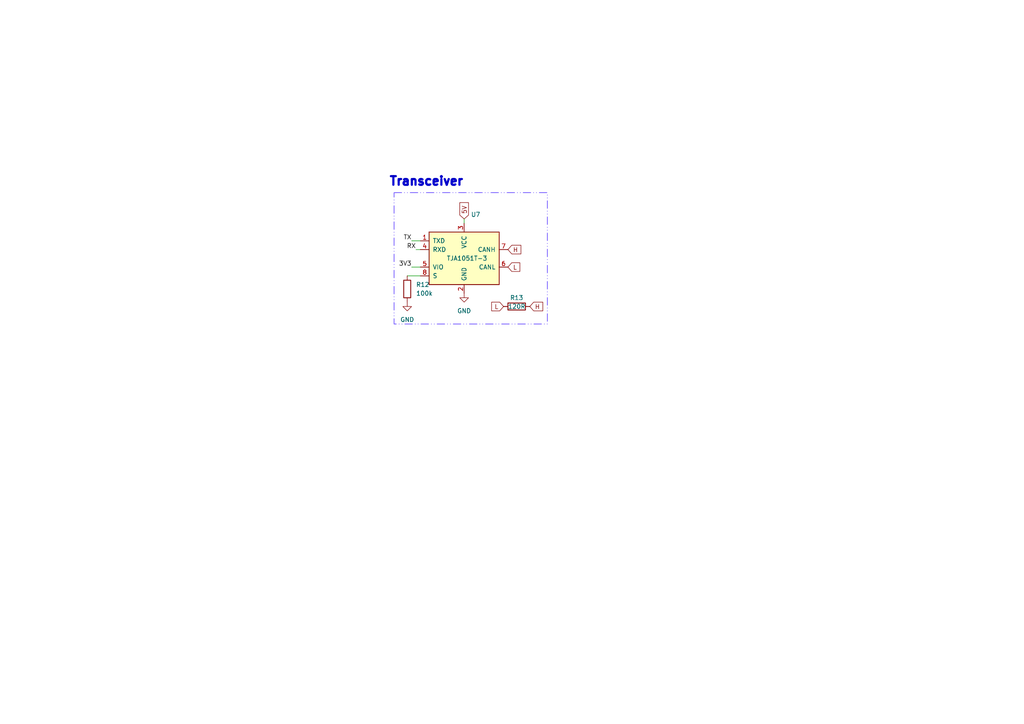
<source format=kicad_sch>
(kicad_sch (version 20230121) (generator eeschema)
  (paper "A4")
  (lib_symbols
    (symbol "Device:R" (pin_numbers hide) (pin_names (offset 0))
      (property "Reference" "R" (at 2.032 0 90))
      (property "Value" "R" (at 0 0 90))
      (symbol "R_0_1"
        (rectangle (start -1.016 -2.54) (end 1.016 2.54) (stroke (width 0.254)))
      )
      (symbol "R_1_1"
        (pin passive line (at 0 3.81 270) (length 1.27) (name "~") (number "1"))
        (pin passive line (at 0 -3.81 90) (length 1.27) (name "~") (number "2"))
      )
    )
    (symbol "Interface_CAN_LIN:TJA1051T-3" (pin_names (offset 1.016))
      (property "Reference" "U3" (at 1.9559 12.7 0))
      (property "Value" "TJA1051T-3" (at -5.08 0 0))
      (symbol "TJA1051T-3_0_1"
        (rectangle (start -10.16 7.62) (end 10.16 -7.62) (stroke (width 0.254)) (fill (type background)))
      )
      (symbol "TJA1051T-3_1_1"
        (pin input line (at -12.7 5.08 0) (length 2.54) (name "TXD") (number "1"))
        (pin power_in line (at 0 -10.16 90) (length 2.54) (name "GND") (number "2"))
        (pin input line (at 0 10.16 270) (length 2.54) (name "VCC") (number "3"))
        (pin input line (at -12.7 2.54 0) (length 2.54) (name "RXD") (number "4"))
        (pin power_in line (at -12.7 -2.54 0) (length 2.54) (name "VIO") (number "5"))
        (pin bidirectional line (at 12.7 -2.54 180) (length 2.54) (name "CANL") (number "6"))
        (pin bidirectional line (at 12.7 2.54 180) (length 2.54) (name "CANH") (number "7"))
        (pin input line (at -12.7 -5.08 0) (length 2.54) (name "S") (number "8"))
      )
    )
    (symbol "power:GND" (power) (pin_names (offset 0))
      (property "Value" "GND" (at 0 -3.81 0))
      (symbol "GND_0_1"
        (polyline (pts (xy 0 0) (xy 0 -1.27) (xy 1.27 -1.27) (xy 0 -2.54) (xy -1.27 -1.27) (xy 0 -1.27)))
      )
      (symbol "GND_1_1"
        (pin power_in line (at 0 0 270) (length 0) hide (name "GND") (number "1"))
      )
    )
  )
  (wire (pts (xy 134.62 64.77) (xy 134.62 63.5)))
  (wire (pts (xy 119.38 69.85) (xy 121.92 69.85)))
  (wire (pts (xy 118.11 80.01) (xy 121.92 80.01)))
  (wire (pts (xy 120.65 72.39) (xy 121.92 72.39)))
  (wire (pts (xy 119.38 77.47) (xy 121.92 77.47)))
  (rectangle (start 114.3 55.88) (end 158.75 93.98) (stroke (width 0.2) (type dash_dot_dot) (color 102 74 255 1)))
  (text "Transceiver\n\n\n" (at 134.62 62.23 0) (effects (font (size 2.5 2.5) (thickness 0.65) bold) (justify right bottom)))
  (label "3V3" (at 119.38 77.47 180))
  (label "RX" (at 120.65 72.39 180))
  (label "TX" (at 119.38 69.85 180))
  (global_label "5V" (shape input) (at 134.62 63.5 90) (property "Intersheetrefs" "${INTERSHEET_REFS}" (effects hide)))
  (global_label "L" (shape input) (at 147.32 77.47 0) (property "Intersheetrefs" "${INTERSHEET_REFS}" (effects hide)))
  (global_label "L" (shape input) (at 146.05 88.9 180) (property "Intersheetrefs" "${INTERSHEET_REFS}" (effects hide)))
  (global_label "H" (shape input) (at 147.32 72.39 0) (property "Intersheetrefs" "${INTERSHEET_REFS}" (effects hide)))
  (global_label "H" (shape input) (at 153.67 88.9 0) (property "Intersheetrefs" "${INTERSHEET_REFS}" (effects hide)))
  (symbol (lib_id "Device:R") (at 118.11 83.82 0) (unit 1)
    (property "Reference" "R12" (at 120.65 82.55 0) (effects (justify left)))
    (property "Value" "100k" (at 120.65 85.09 0) (effects (justify left)))
    (property "Footprint" "Resistor_SMD:R_0603_1608Metric_Pad0.98x0.95mm_HandSolder" (effects hide))
    (instances (project "SOC 2" (path "" (reference "R12") (unit 1))) (project "SOC DISPLAY" (path "" (reference "R20") (unit 1)) (path "" (reference "R33") (unit 1))))
  )
  (symbol (lib_id "Interface_CAN_LIN:TJA1051T-3") (at 134.62 74.93 0) (unit 1)
    (property "Reference" "U7" (at 136.5759 62.23 0) (effects (justify left)))
    (property "Value" "TJA1051T-3" (at 129.54 74.93 0) (effects (justify left)))
    (property "Footprint" "Package_SO:SOIC-8_3.9x4.9mm_P1.27mm" (effects hide))
    (property "Datasheet" "http://www.nxp.com/documents/data_sheet/TJA1051.pdf" (effects hide))
    (instances (project "SOC 2" (path "" (reference "U7") (unit 1))) (project "SOC DISPLAY" (path "" (reference "U3") (unit 1)) (path "" (reference "U5") (unit 1))))
  )
  (symbol (lib_id "power:GND") (at 118.11 87.63 0) (unit 1)
    (property "Reference" "#PWR011" (effects hide))
    (property "Value" "GND" (at 118.11 92.71 0))
    (instances (project "SOC 2" (path "" (reference "#PWR011") (unit 1))) (project "SOC DISPLAY" (path "" (reference "#PWR012") (unit 1)) (path "" (reference "#PWR024") (unit 1))))
  )
  (symbol (lib_id "power:GND") (at 134.62 85.09 0) (unit 1)
    (property "Reference" "#PWR012" (effects hide))
    (property "Value" "GND" (at 134.62 90.17 0))
    (instances (project "SOC 2" (path "" (reference "#PWR012") (unit 1))) (project "SOC DISPLAY" (path "" (reference "#PWR015") (unit 1)) (path "" (reference "#PWR025") (unit 1))))
  )
  (symbol (lib_id "Device:R") (at 149.86 88.9 90) (unit 1)
    (property "Reference" "R13" (at 149.86 86.36 90))
    (property "Value" "120R" (at 149.86 88.9 90))
    (property "Footprint" "Resistor_SMD:R_0603_1608Metric_Pad0.98x0.95mm_HandSolder" (effects hide))
    (instances (project "SOC 2" (path "" (reference "R13") (unit 1))) (project "SOC DISPLAY" (path "" (reference "R23") (unit 1)) (path "" (reference "R34") (unit 1))))
  )
)
</source>
